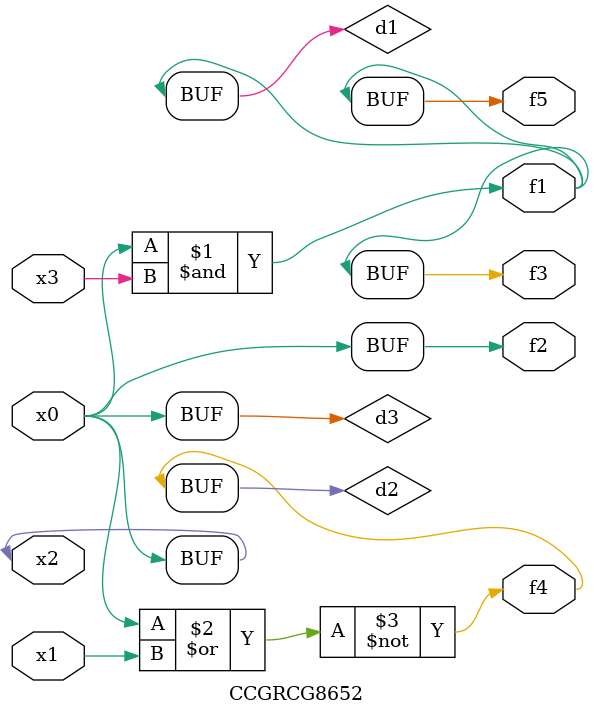
<source format=v>
module CCGRCG8652(
	input x0, x1, x2, x3,
	output f1, f2, f3, f4, f5
);

	wire d1, d2, d3;

	and (d1, x2, x3);
	nor (d2, x0, x1);
	buf (d3, x0, x2);
	assign f1 = d1;
	assign f2 = d3;
	assign f3 = d1;
	assign f4 = d2;
	assign f5 = d1;
endmodule

</source>
